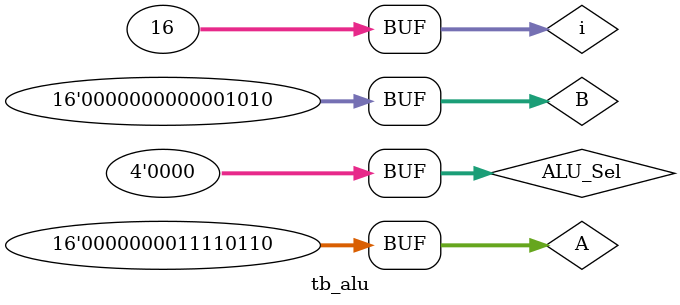
<source format=sv>
module tb_alu;
	reg[15:0] A,B;
	reg[3:0] ALU_Sel;

	wire[15:0] ALU_Out;
	wire Carryout;
	integer i;
	alu test_unit(
		A,B,
		ALU_Sel,
		ALU_Out,
		Carryout
		);
	initial begin
		A=16'h0A;
		B=16'h02;
		ALU_Sel=4'h0;

		for (i=0;i<=15;i=i+1)
		begin
			ALU_Sel = ALU_Sel+16'h01;
			#10;
		end;

		A=16'hF6;
		B=16'h0A;

	end // initial
	endmodule // tb_alu

</source>
